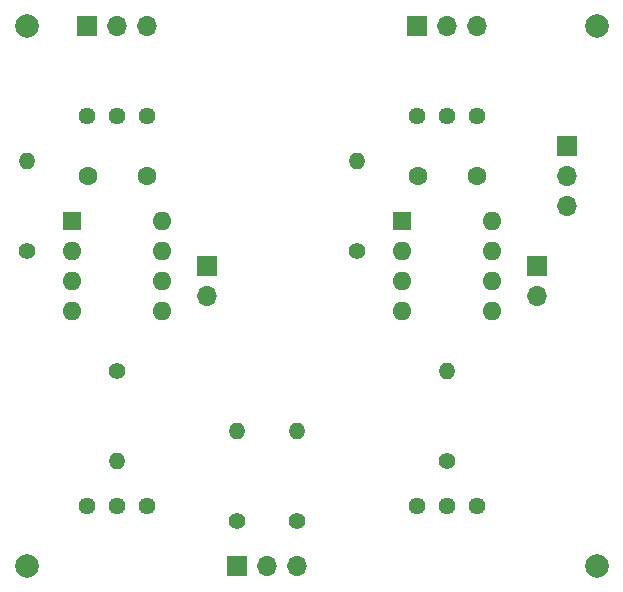
<source format=gbr>
%TF.GenerationSoftware,KiCad,Pcbnew,(6.0.1)*%
%TF.CreationDate,2022-01-30T20:50:49-08:00*%
%TF.ProjectId,Galvoamp,47616c76-6f61-46d7-902e-6b696361645f,rev?*%
%TF.SameCoordinates,Original*%
%TF.FileFunction,Soldermask,Bot*%
%TF.FilePolarity,Negative*%
%FSLAX46Y46*%
G04 Gerber Fmt 4.6, Leading zero omitted, Abs format (unit mm)*
G04 Created by KiCad (PCBNEW (6.0.1)) date 2022-01-30 20:50:49*
%MOMM*%
%LPD*%
G01*
G04 APERTURE LIST*
%ADD10R,1.700000X1.700000*%
%ADD11O,1.700000X1.700000*%
%ADD12C,1.440000*%
%ADD13C,1.400000*%
%ADD14O,1.400000X1.400000*%
%ADD15R,1.600000X1.600000*%
%ADD16O,1.600000X1.600000*%
%ADD17C,2.000000*%
%ADD18C,1.600000*%
G04 APERTURE END LIST*
D10*
%TO.C,J4*%
X139700000Y-76200000D03*
D11*
X142240000Y-76200000D03*
X144780000Y-76200000D03*
%TD*%
D12*
%TO.C,RV2*%
X144780000Y-116840000D03*
X142240000Y-116840000D03*
X139700000Y-116840000D03*
%TD*%
D10*
%TO.C,J3*%
X149860000Y-96520000D03*
D11*
X149860000Y-99060000D03*
%TD*%
D12*
%TO.C,RV3*%
X111760000Y-83820000D03*
X114300000Y-83820000D03*
X116840000Y-83820000D03*
%TD*%
D13*
%TO.C,R5*%
X134620000Y-95250000D03*
D14*
X134620000Y-87630000D03*
%TD*%
D12*
%TO.C,RV4*%
X139700000Y-83820000D03*
X142240000Y-83820000D03*
X144780000Y-83820000D03*
%TD*%
D15*
%TO.C,U2*%
X138440000Y-92720000D03*
D16*
X138440000Y-95260000D03*
X138440000Y-97800000D03*
X138440000Y-100340000D03*
X146060000Y-100340000D03*
X146060000Y-97800000D03*
X146060000Y-95260000D03*
X146060000Y-92720000D03*
%TD*%
D13*
%TO.C,R6*%
X106680000Y-95250000D03*
D14*
X106680000Y-87630000D03*
%TD*%
D10*
%TO.C,J1*%
X124460000Y-121920000D03*
D11*
X127000000Y-121920000D03*
X129540000Y-121920000D03*
%TD*%
D17*
%TO.C,REF\u002A\u002A*%
X154940000Y-76200000D03*
%TD*%
D13*
%TO.C,R3*%
X129540000Y-118110000D03*
D14*
X129540000Y-110490000D03*
%TD*%
D13*
%TO.C,R1*%
X124460000Y-118110000D03*
D14*
X124460000Y-110490000D03*
%TD*%
D10*
%TO.C,J6*%
X152400000Y-86360000D03*
D11*
X152400000Y-88900000D03*
X152400000Y-91440000D03*
%TD*%
D18*
%TO.C,C2*%
X144780000Y-88900000D03*
X139780000Y-88900000D03*
%TD*%
D13*
%TO.C,R2*%
X114300000Y-105410000D03*
D14*
X114300000Y-113030000D03*
%TD*%
D17*
%TO.C,REF\u002A\u002A*%
X154940000Y-121920000D03*
%TD*%
D13*
%TO.C,R4*%
X142240000Y-113030000D03*
D14*
X142240000Y-105410000D03*
%TD*%
D12*
%TO.C,RV1*%
X116840000Y-116840000D03*
X114300000Y-116840000D03*
X111760000Y-116840000D03*
%TD*%
D10*
%TO.C,J2*%
X121920000Y-96520000D03*
D11*
X121920000Y-99060000D03*
%TD*%
D10*
%TO.C,J5*%
X111760000Y-76200000D03*
D11*
X114300000Y-76200000D03*
X116840000Y-76200000D03*
%TD*%
D17*
%TO.C,REF\u002A\u002A*%
X106680000Y-121920000D03*
%TD*%
D18*
%TO.C,C1*%
X116840000Y-88900000D03*
X111840000Y-88900000D03*
%TD*%
D17*
%TO.C,REF\u002A\u002A*%
X106680000Y-76200000D03*
%TD*%
D15*
%TO.C,U1*%
X110500000Y-92720000D03*
D16*
X110500000Y-95260000D03*
X110500000Y-97800000D03*
X110500000Y-100340000D03*
X118120000Y-100340000D03*
X118120000Y-97800000D03*
X118120000Y-95260000D03*
X118120000Y-92720000D03*
%TD*%
M02*

</source>
